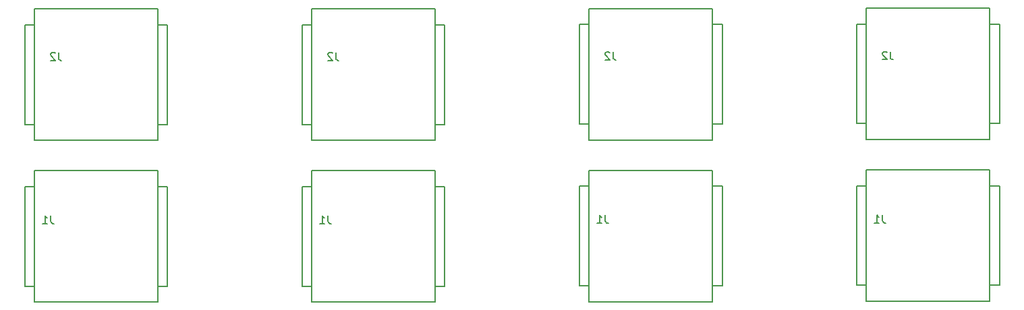
<source format=gbr>
G04 #@! TF.FileFunction,Legend,Bot*
%FSLAX46Y46*%
G04 Gerber Fmt 4.6, Leading zero omitted, Abs format (unit mm)*
G04 Created by KiCad (PCBNEW 4.0.4-1.fc24-product) date Sun Dec  4 16:57:25 2016*
%MOMM*%
%LPD*%
G01*
G04 APERTURE LIST*
%ADD10C,0.100000*%
%ADD11C,0.150000*%
G04 APERTURE END LIST*
D10*
D11*
X42420000Y-149910000D02*
X41220000Y-149910000D01*
X41220000Y-149910000D02*
X41220000Y-162410000D01*
X41220000Y-162410000D02*
X42420000Y-162410000D01*
X57920000Y-149910000D02*
X59120000Y-149910000D01*
X59120000Y-149910000D02*
X59120000Y-162410000D01*
X59120000Y-162410000D02*
X57920000Y-162410000D01*
X57920000Y-164410000D02*
X42420000Y-164410000D01*
X42420000Y-164410000D02*
X42420000Y-147910000D01*
X42420000Y-147910000D02*
X57910000Y-147910000D01*
X57920000Y-147910000D02*
X57920000Y-164410000D01*
X42420000Y-129590000D02*
X41220000Y-129590000D01*
X41220000Y-129590000D02*
X41220000Y-142090000D01*
X41220000Y-142090000D02*
X42420000Y-142090000D01*
X57920000Y-129590000D02*
X59120000Y-129590000D01*
X59120000Y-129590000D02*
X59120000Y-142090000D01*
X59120000Y-142090000D02*
X57920000Y-142090000D01*
X57920000Y-144090000D02*
X42420000Y-144090000D01*
X42420000Y-144090000D02*
X42420000Y-127590000D01*
X42420000Y-127590000D02*
X57910000Y-127590000D01*
X57920000Y-127590000D02*
X57920000Y-144090000D01*
X77220000Y-149910000D02*
X76020000Y-149910000D01*
X76020000Y-149910000D02*
X76020000Y-162410000D01*
X76020000Y-162410000D02*
X77220000Y-162410000D01*
X92720000Y-149910000D02*
X93920000Y-149910000D01*
X93920000Y-149910000D02*
X93920000Y-162410000D01*
X93920000Y-162410000D02*
X92720000Y-162410000D01*
X92720000Y-164410000D02*
X77220000Y-164410000D01*
X77220000Y-164410000D02*
X77220000Y-147910000D01*
X77220000Y-147910000D02*
X92710000Y-147910000D01*
X92720000Y-147910000D02*
X92720000Y-164410000D01*
X77220000Y-129590000D02*
X76020000Y-129590000D01*
X76020000Y-129590000D02*
X76020000Y-142090000D01*
X76020000Y-142090000D02*
X77220000Y-142090000D01*
X92720000Y-129590000D02*
X93920000Y-129590000D01*
X93920000Y-129590000D02*
X93920000Y-142090000D01*
X93920000Y-142090000D02*
X92720000Y-142090000D01*
X92720000Y-144090000D02*
X77220000Y-144090000D01*
X77220000Y-144090000D02*
X77220000Y-127590000D01*
X77220000Y-127590000D02*
X92710000Y-127590000D01*
X92720000Y-127590000D02*
X92720000Y-144090000D01*
X112020000Y-149860000D02*
X110820000Y-149860000D01*
X110820000Y-149860000D02*
X110820000Y-162360000D01*
X110820000Y-162360000D02*
X112020000Y-162360000D01*
X127520000Y-149860000D02*
X128720000Y-149860000D01*
X128720000Y-149860000D02*
X128720000Y-162360000D01*
X128720000Y-162360000D02*
X127520000Y-162360000D01*
X127520000Y-164360000D02*
X112020000Y-164360000D01*
X112020000Y-164360000D02*
X112020000Y-147860000D01*
X112020000Y-147860000D02*
X127510000Y-147860000D01*
X127520000Y-147860000D02*
X127520000Y-164360000D01*
X112020000Y-129540000D02*
X110820000Y-129540000D01*
X110820000Y-129540000D02*
X110820000Y-142040000D01*
X110820000Y-142040000D02*
X112020000Y-142040000D01*
X127520000Y-129540000D02*
X128720000Y-129540000D01*
X128720000Y-129540000D02*
X128720000Y-142040000D01*
X128720000Y-142040000D02*
X127520000Y-142040000D01*
X127520000Y-144040000D02*
X112020000Y-144040000D01*
X112020000Y-144040000D02*
X112020000Y-127540000D01*
X112020000Y-127540000D02*
X127510000Y-127540000D01*
X127520000Y-127540000D02*
X127520000Y-144040000D01*
X146820000Y-149810000D02*
X145620000Y-149810000D01*
X145620000Y-149810000D02*
X145620000Y-162310000D01*
X145620000Y-162310000D02*
X146820000Y-162310000D01*
X162320000Y-149810000D02*
X163520000Y-149810000D01*
X163520000Y-149810000D02*
X163520000Y-162310000D01*
X163520000Y-162310000D02*
X162320000Y-162310000D01*
X162320000Y-164310000D02*
X146820000Y-164310000D01*
X146820000Y-164310000D02*
X146820000Y-147810000D01*
X146820000Y-147810000D02*
X162310000Y-147810000D01*
X162320000Y-147810000D02*
X162320000Y-164310000D01*
X146820000Y-129490000D02*
X145620000Y-129490000D01*
X145620000Y-129490000D02*
X145620000Y-141990000D01*
X145620000Y-141990000D02*
X146820000Y-141990000D01*
X162320000Y-129490000D02*
X163520000Y-129490000D01*
X163520000Y-129490000D02*
X163520000Y-141990000D01*
X163520000Y-141990000D02*
X162320000Y-141990000D01*
X162320000Y-143990000D02*
X146820000Y-143990000D01*
X146820000Y-143990000D02*
X146820000Y-127490000D01*
X146820000Y-127490000D02*
X162310000Y-127490000D01*
X162320000Y-127490000D02*
X162320000Y-143990000D01*
X44433333Y-153552381D02*
X44433333Y-154266667D01*
X44480953Y-154409524D01*
X44576191Y-154504762D01*
X44719048Y-154552381D01*
X44814286Y-154552381D01*
X43433333Y-154552381D02*
X44004762Y-154552381D01*
X43719048Y-154552381D02*
X43719048Y-153552381D01*
X43814286Y-153695238D01*
X43909524Y-153790476D01*
X44004762Y-153838095D01*
X45433333Y-133052381D02*
X45433333Y-133766667D01*
X45480953Y-133909524D01*
X45576191Y-134004762D01*
X45719048Y-134052381D01*
X45814286Y-134052381D01*
X45004762Y-133147619D02*
X44957143Y-133100000D01*
X44861905Y-133052381D01*
X44623809Y-133052381D01*
X44528571Y-133100000D01*
X44480952Y-133147619D01*
X44433333Y-133242857D01*
X44433333Y-133338095D01*
X44480952Y-133480952D01*
X45052381Y-134052381D01*
X44433333Y-134052381D01*
X79233333Y-153552381D02*
X79233333Y-154266667D01*
X79280953Y-154409524D01*
X79376191Y-154504762D01*
X79519048Y-154552381D01*
X79614286Y-154552381D01*
X78233333Y-154552381D02*
X78804762Y-154552381D01*
X78519048Y-154552381D02*
X78519048Y-153552381D01*
X78614286Y-153695238D01*
X78709524Y-153790476D01*
X78804762Y-153838095D01*
X80233333Y-133052381D02*
X80233333Y-133766667D01*
X80280953Y-133909524D01*
X80376191Y-134004762D01*
X80519048Y-134052381D01*
X80614286Y-134052381D01*
X79804762Y-133147619D02*
X79757143Y-133100000D01*
X79661905Y-133052381D01*
X79423809Y-133052381D01*
X79328571Y-133100000D01*
X79280952Y-133147619D01*
X79233333Y-133242857D01*
X79233333Y-133338095D01*
X79280952Y-133480952D01*
X79852381Y-134052381D01*
X79233333Y-134052381D01*
X114033333Y-153502381D02*
X114033333Y-154216667D01*
X114080953Y-154359524D01*
X114176191Y-154454762D01*
X114319048Y-154502381D01*
X114414286Y-154502381D01*
X113033333Y-154502381D02*
X113604762Y-154502381D01*
X113319048Y-154502381D02*
X113319048Y-153502381D01*
X113414286Y-153645238D01*
X113509524Y-153740476D01*
X113604762Y-153788095D01*
X115033333Y-133002381D02*
X115033333Y-133716667D01*
X115080953Y-133859524D01*
X115176191Y-133954762D01*
X115319048Y-134002381D01*
X115414286Y-134002381D01*
X114604762Y-133097619D02*
X114557143Y-133050000D01*
X114461905Y-133002381D01*
X114223809Y-133002381D01*
X114128571Y-133050000D01*
X114080952Y-133097619D01*
X114033333Y-133192857D01*
X114033333Y-133288095D01*
X114080952Y-133430952D01*
X114652381Y-134002381D01*
X114033333Y-134002381D01*
X148833333Y-153452381D02*
X148833333Y-154166667D01*
X148880953Y-154309524D01*
X148976191Y-154404762D01*
X149119048Y-154452381D01*
X149214286Y-154452381D01*
X147833333Y-154452381D02*
X148404762Y-154452381D01*
X148119048Y-154452381D02*
X148119048Y-153452381D01*
X148214286Y-153595238D01*
X148309524Y-153690476D01*
X148404762Y-153738095D01*
X149833333Y-132952381D02*
X149833333Y-133666667D01*
X149880953Y-133809524D01*
X149976191Y-133904762D01*
X150119048Y-133952381D01*
X150214286Y-133952381D01*
X149404762Y-133047619D02*
X149357143Y-133000000D01*
X149261905Y-132952381D01*
X149023809Y-132952381D01*
X148928571Y-133000000D01*
X148880952Y-133047619D01*
X148833333Y-133142857D01*
X148833333Y-133238095D01*
X148880952Y-133380952D01*
X149452381Y-133952381D01*
X148833333Y-133952381D01*
M02*

</source>
